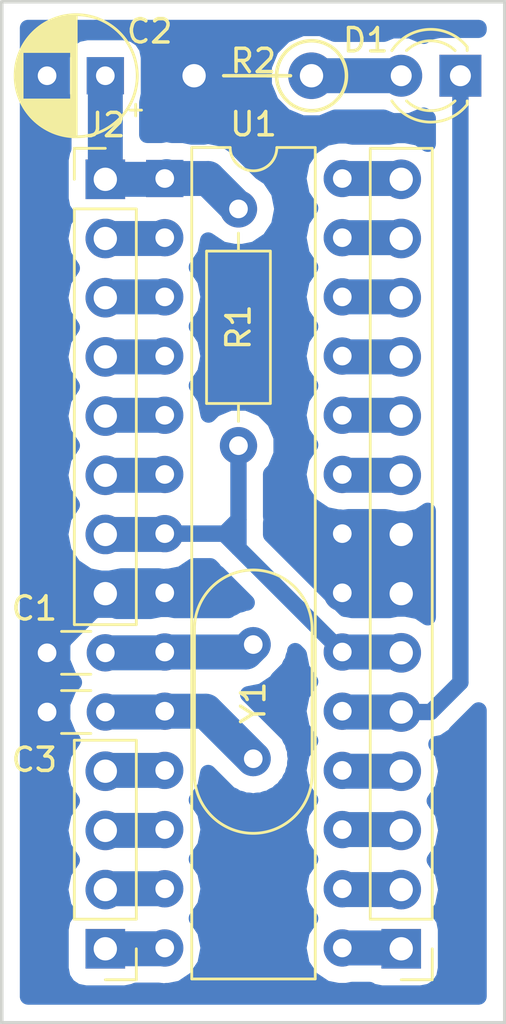
<source format=kicad_pcb>
(kicad_pcb (version 20171130) (host pcbnew 5.0.0)

  (general
    (thickness 1.6)
    (drawings 5)
    (tracks 89)
    (zones 0)
    (modules 11)
    (nets 27)
  )

  (page A4)
  (title_block
    (title "Arduino basico")
    (date 2018-10-14)
    (rev 0.0)
    (company "Mini curso Kicad")
    (comment 1 "Arduino basico mais hardware minimo")
    (comment 2 "Pedro Igor B. S.")
  )

  (layers
    (0 F.Cu signal)
    (31 B.Cu signal)
    (32 B.Adhes user hide)
    (33 F.Adhes user hide)
    (34 B.Paste user hide)
    (35 F.Paste user hide)
    (36 B.SilkS user)
    (37 F.SilkS user)
    (38 B.Mask user)
    (39 F.Mask user)
    (40 Dwgs.User user hide)
    (41 Cmts.User user hide)
    (42 Eco1.User user hide)
    (43 Eco2.User user hide)
    (44 Edge.Cuts user)
    (45 Margin user hide)
    (46 B.CrtYd user)
    (47 F.CrtYd user hide)
    (48 B.Fab user)
    (49 F.Fab user hide)
  )

  (setup
    (last_trace_width 0.25)
    (user_trace_width 0.6)
    (user_trace_width 0.7)
    (user_trace_width 0.8)
    (user_trace_width 1)
    (user_trace_width 1.5)
    (user_trace_width 2)
    (user_trace_width 2.5)
    (user_trace_width 3)
    (trace_clearance 0.2)
    (zone_clearance 0.508)
    (zone_45_only no)
    (trace_min 0.2)
    (segment_width 0.2)
    (edge_width 0.15)
    (via_size 0.8)
    (via_drill 0.4)
    (via_min_size 0.4)
    (via_min_drill 0.3)
    (user_via 1 0.5)
    (user_via 1 0.5)
    (user_via 1 0.5)
    (user_via 1 0.8)
    (user_via 1.5 1)
    (user_via 2 1)
    (user_via 2.5 1)
    (user_via 3 1)
    (uvia_size 0.3)
    (uvia_drill 0.1)
    (uvias_allowed no)
    (uvia_min_size 0.2)
    (uvia_min_drill 0.1)
    (pcb_text_width 0.3)
    (pcb_text_size 1.5 1.5)
    (mod_edge_width 0.15)
    (mod_text_size 1 1)
    (mod_text_width 0.15)
    (pad_size 1.99898 1.99898)
    (pad_drill 1.00076)
    (pad_to_mask_clearance 0.2)
    (aux_axis_origin 0 0)
    (visible_elements FFFDFF7F)
    (pcbplotparams
      (layerselection 0x010fc_ffffffff)
      (usegerberextensions false)
      (usegerberattributes false)
      (usegerberadvancedattributes false)
      (creategerberjobfile false)
      (excludeedgelayer true)
      (linewidth 0.100000)
      (plotframeref false)
      (viasonmask false)
      (mode 1)
      (useauxorigin false)
      (hpglpennumber 1)
      (hpglpenspeed 20)
      (hpglpendiameter 15.000000)
      (psnegative false)
      (psa4output false)
      (plotreference true)
      (plotvalue true)
      (plotinvisibletext false)
      (padsonsilk false)
      (subtractmaskfromsilk false)
      (outputformat 1)
      (mirror false)
      (drillshape 1)
      (scaleselection 1)
      (outputdirectory ""))
  )

  (net 0 "")
  (net 1 XTL1)
  (net 2 Earth)
  (net 3 RST)
  (net 4 XTL2)
  (net 5 PB5)
  (net 6 "Net-(D1-Pad2)")
  (net 7 PB1)
  (net 8 PB2)
  (net 9 PB3)
  (net 10 PB4)
  (net 11 +5V)
  (net 12 PC5)
  (net 13 PC4)
  (net 14 PC3)
  (net 15 PC2)
  (net 16 PC1)
  (net 17 PC0)
  (net 18 PD4)
  (net 19 PD3)
  (net 20 PD2)
  (net 21 PD1)
  (net 22 PD0)
  (net 23 PB7)
  (net 24 PD6)
  (net 25 PD5)
  (net 26 PB0)

  (net_class Default "This is the default net class."
    (clearance 0.2)
    (trace_width 0.25)
    (via_dia 0.8)
    (via_drill 0.4)
    (uvia_dia 0.3)
    (uvia_drill 0.1)
    (add_net +5V)
    (add_net Earth)
    (add_net "Net-(D1-Pad2)")
    (add_net PB0)
    (add_net PB1)
    (add_net PB2)
    (add_net PB3)
    (add_net PB4)
    (add_net PB5)
    (add_net PB7)
    (add_net PC0)
    (add_net PC1)
    (add_net PC2)
    (add_net PC3)
    (add_net PC4)
    (add_net PC5)
    (add_net PD0)
    (add_net PD1)
    (add_net PD2)
    (add_net PD3)
    (add_net PD4)
    (add_net PD5)
    (add_net PD6)
    (add_net RST)
    (add_net XTL1)
    (add_net XTL2)
  )

  (module Capacitor_THT:C_Disc_D3.0mm_W1.6mm_P2.50mm (layer F.Cu) (tedit 5AE50EF0) (tstamp 5BC9D280)
    (at 164.45 94.355 180)
    (descr "C, Disc series, Radial, pin pitch=2.50mm, , diameter*width=3.0*1.6mm^2, Capacitor, http://www.vishay.com/docs/45233/krseries.pdf")
    (tags "C Disc series Radial pin pitch 2.50mm  diameter 3.0mm width 1.6mm Capacitor")
    (path /5BBBEBB2)
    (fp_text reference C1 (at 3.048 1.905 180) (layer F.SilkS)
      (effects (font (size 1 1) (thickness 0.15)))
    )
    (fp_text value 22pF (at 1.25 2.05 180) (layer F.Fab)
      (effects (font (size 1 1) (thickness 0.15)))
    )
    (fp_line (start -0.25 -0.8) (end -0.25 0.8) (layer F.Fab) (width 0.1))
    (fp_line (start -0.25 0.8) (end 2.75 0.8) (layer F.Fab) (width 0.1))
    (fp_line (start 2.75 0.8) (end 2.75 -0.8) (layer F.Fab) (width 0.1))
    (fp_line (start 2.75 -0.8) (end -0.25 -0.8) (layer F.Fab) (width 0.1))
    (fp_line (start 0.621 -0.92) (end 1.879 -0.92) (layer F.SilkS) (width 0.12))
    (fp_line (start 0.621 0.92) (end 1.879 0.92) (layer F.SilkS) (width 0.12))
    (fp_line (start -1.05 -1.05) (end -1.05 1.05) (layer F.CrtYd) (width 0.05))
    (fp_line (start -1.05 1.05) (end 3.55 1.05) (layer F.CrtYd) (width 0.05))
    (fp_line (start 3.55 1.05) (end 3.55 -1.05) (layer F.CrtYd) (width 0.05))
    (fp_line (start 3.55 -1.05) (end -1.05 -1.05) (layer F.CrtYd) (width 0.05))
    (fp_text user %R (at 1.25 0 180) (layer F.Fab)
      (effects (font (size 0.6 0.6) (thickness 0.09)))
    )
    (pad 1 thru_hole circle (at 0 0 180) (size 1.6 1.6) (drill 0.8) (layers *.Cu *.Mask)
      (net 1 XTL1))
    (pad 2 thru_hole circle (at 2.5 0 180) (size 1.6 1.6) (drill 0.8) (layers *.Cu *.Mask)
      (net 2 Earth))
    (model ${KISYS3DMOD}/Capacitor_THT.3dshapes/C_Disc_D3.0mm_W1.6mm_P2.50mm.wrl
      (at (xyz 0 0 0))
      (scale (xyz 1 1 1))
      (rotate (xyz 0 0 0))
    )
  )

  (module Capacitor_THT:CP_Radial_D5.0mm_P2.50mm (layer F.Cu) (tedit 5AE50EF0) (tstamp 5BCD5665)
    (at 164.45 69.59 180)
    (descr "CP, Radial series, Radial, pin pitch=2.50mm, , diameter=5mm, Electrolytic Capacitor")
    (tags "CP Radial series Radial pin pitch 2.50mm  diameter 5mm Electrolytic Capacitor")
    (path /5BBBE2AC)
    (fp_text reference C2 (at -1.905 1.905 180) (layer F.SilkS)
      (effects (font (size 1 1) (thickness 0.15)))
    )
    (fp_text value 0u1F (at 1.25 3.75 180) (layer F.Fab)
      (effects (font (size 1 1) (thickness 0.15)))
    )
    (fp_circle (center 1.25 0) (end 3.75 0) (layer F.Fab) (width 0.1))
    (fp_circle (center 1.25 0) (end 3.87 0) (layer F.SilkS) (width 0.12))
    (fp_circle (center 1.25 0) (end 4 0) (layer F.CrtYd) (width 0.05))
    (fp_line (start -0.883605 -1.0875) (end -0.383605 -1.0875) (layer F.Fab) (width 0.1))
    (fp_line (start -0.633605 -1.3375) (end -0.633605 -0.8375) (layer F.Fab) (width 0.1))
    (fp_line (start 1.25 -2.58) (end 1.25 2.58) (layer F.SilkS) (width 0.12))
    (fp_line (start 1.29 -2.58) (end 1.29 2.58) (layer F.SilkS) (width 0.12))
    (fp_line (start 1.33 -2.579) (end 1.33 2.579) (layer F.SilkS) (width 0.12))
    (fp_line (start 1.37 -2.578) (end 1.37 2.578) (layer F.SilkS) (width 0.12))
    (fp_line (start 1.41 -2.576) (end 1.41 2.576) (layer F.SilkS) (width 0.12))
    (fp_line (start 1.45 -2.573) (end 1.45 2.573) (layer F.SilkS) (width 0.12))
    (fp_line (start 1.49 -2.569) (end 1.49 -1.04) (layer F.SilkS) (width 0.12))
    (fp_line (start 1.49 1.04) (end 1.49 2.569) (layer F.SilkS) (width 0.12))
    (fp_line (start 1.53 -2.565) (end 1.53 -1.04) (layer F.SilkS) (width 0.12))
    (fp_line (start 1.53 1.04) (end 1.53 2.565) (layer F.SilkS) (width 0.12))
    (fp_line (start 1.57 -2.561) (end 1.57 -1.04) (layer F.SilkS) (width 0.12))
    (fp_line (start 1.57 1.04) (end 1.57 2.561) (layer F.SilkS) (width 0.12))
    (fp_line (start 1.61 -2.556) (end 1.61 -1.04) (layer F.SilkS) (width 0.12))
    (fp_line (start 1.61 1.04) (end 1.61 2.556) (layer F.SilkS) (width 0.12))
    (fp_line (start 1.65 -2.55) (end 1.65 -1.04) (layer F.SilkS) (width 0.12))
    (fp_line (start 1.65 1.04) (end 1.65 2.55) (layer F.SilkS) (width 0.12))
    (fp_line (start 1.69 -2.543) (end 1.69 -1.04) (layer F.SilkS) (width 0.12))
    (fp_line (start 1.69 1.04) (end 1.69 2.543) (layer F.SilkS) (width 0.12))
    (fp_line (start 1.73 -2.536) (end 1.73 -1.04) (layer F.SilkS) (width 0.12))
    (fp_line (start 1.73 1.04) (end 1.73 2.536) (layer F.SilkS) (width 0.12))
    (fp_line (start 1.77 -2.528) (end 1.77 -1.04) (layer F.SilkS) (width 0.12))
    (fp_line (start 1.77 1.04) (end 1.77 2.528) (layer F.SilkS) (width 0.12))
    (fp_line (start 1.81 -2.52) (end 1.81 -1.04) (layer F.SilkS) (width 0.12))
    (fp_line (start 1.81 1.04) (end 1.81 2.52) (layer F.SilkS) (width 0.12))
    (fp_line (start 1.85 -2.511) (end 1.85 -1.04) (layer F.SilkS) (width 0.12))
    (fp_line (start 1.85 1.04) (end 1.85 2.511) (layer F.SilkS) (width 0.12))
    (fp_line (start 1.89 -2.501) (end 1.89 -1.04) (layer F.SilkS) (width 0.12))
    (fp_line (start 1.89 1.04) (end 1.89 2.501) (layer F.SilkS) (width 0.12))
    (fp_line (start 1.93 -2.491) (end 1.93 -1.04) (layer F.SilkS) (width 0.12))
    (fp_line (start 1.93 1.04) (end 1.93 2.491) (layer F.SilkS) (width 0.12))
    (fp_line (start 1.971 -2.48) (end 1.971 -1.04) (layer F.SilkS) (width 0.12))
    (fp_line (start 1.971 1.04) (end 1.971 2.48) (layer F.SilkS) (width 0.12))
    (fp_line (start 2.011 -2.468) (end 2.011 -1.04) (layer F.SilkS) (width 0.12))
    (fp_line (start 2.011 1.04) (end 2.011 2.468) (layer F.SilkS) (width 0.12))
    (fp_line (start 2.051 -2.455) (end 2.051 -1.04) (layer F.SilkS) (width 0.12))
    (fp_line (start 2.051 1.04) (end 2.051 2.455) (layer F.SilkS) (width 0.12))
    (fp_line (start 2.091 -2.442) (end 2.091 -1.04) (layer F.SilkS) (width 0.12))
    (fp_line (start 2.091 1.04) (end 2.091 2.442) (layer F.SilkS) (width 0.12))
    (fp_line (start 2.131 -2.428) (end 2.131 -1.04) (layer F.SilkS) (width 0.12))
    (fp_line (start 2.131 1.04) (end 2.131 2.428) (layer F.SilkS) (width 0.12))
    (fp_line (start 2.171 -2.414) (end 2.171 -1.04) (layer F.SilkS) (width 0.12))
    (fp_line (start 2.171 1.04) (end 2.171 2.414) (layer F.SilkS) (width 0.12))
    (fp_line (start 2.211 -2.398) (end 2.211 -1.04) (layer F.SilkS) (width 0.12))
    (fp_line (start 2.211 1.04) (end 2.211 2.398) (layer F.SilkS) (width 0.12))
    (fp_line (start 2.251 -2.382) (end 2.251 -1.04) (layer F.SilkS) (width 0.12))
    (fp_line (start 2.251 1.04) (end 2.251 2.382) (layer F.SilkS) (width 0.12))
    (fp_line (start 2.291 -2.365) (end 2.291 -1.04) (layer F.SilkS) (width 0.12))
    (fp_line (start 2.291 1.04) (end 2.291 2.365) (layer F.SilkS) (width 0.12))
    (fp_line (start 2.331 -2.348) (end 2.331 -1.04) (layer F.SilkS) (width 0.12))
    (fp_line (start 2.331 1.04) (end 2.331 2.348) (layer F.SilkS) (width 0.12))
    (fp_line (start 2.371 -2.329) (end 2.371 -1.04) (layer F.SilkS) (width 0.12))
    (fp_line (start 2.371 1.04) (end 2.371 2.329) (layer F.SilkS) (width 0.12))
    (fp_line (start 2.411 -2.31) (end 2.411 -1.04) (layer F.SilkS) (width 0.12))
    (fp_line (start 2.411 1.04) (end 2.411 2.31) (layer F.SilkS) (width 0.12))
    (fp_line (start 2.451 -2.29) (end 2.451 -1.04) (layer F.SilkS) (width 0.12))
    (fp_line (start 2.451 1.04) (end 2.451 2.29) (layer F.SilkS) (width 0.12))
    (fp_line (start 2.491 -2.268) (end 2.491 -1.04) (layer F.SilkS) (width 0.12))
    (fp_line (start 2.491 1.04) (end 2.491 2.268) (layer F.SilkS) (width 0.12))
    (fp_line (start 2.531 -2.247) (end 2.531 -1.04) (layer F.SilkS) (width 0.12))
    (fp_line (start 2.531 1.04) (end 2.531 2.247) (layer F.SilkS) (width 0.12))
    (fp_line (start 2.571 -2.224) (end 2.571 -1.04) (layer F.SilkS) (width 0.12))
    (fp_line (start 2.571 1.04) (end 2.571 2.224) (layer F.SilkS) (width 0.12))
    (fp_line (start 2.611 -2.2) (end 2.611 -1.04) (layer F.SilkS) (width 0.12))
    (fp_line (start 2.611 1.04) (end 2.611 2.2) (layer F.SilkS) (width 0.12))
    (fp_line (start 2.651 -2.175) (end 2.651 -1.04) (layer F.SilkS) (width 0.12))
    (fp_line (start 2.651 1.04) (end 2.651 2.175) (layer F.SilkS) (width 0.12))
    (fp_line (start 2.691 -2.149) (end 2.691 -1.04) (layer F.SilkS) (width 0.12))
    (fp_line (start 2.691 1.04) (end 2.691 2.149) (layer F.SilkS) (width 0.12))
    (fp_line (start 2.731 -2.122) (end 2.731 -1.04) (layer F.SilkS) (width 0.12))
    (fp_line (start 2.731 1.04) (end 2.731 2.122) (layer F.SilkS) (width 0.12))
    (fp_line (start 2.771 -2.095) (end 2.771 -1.04) (layer F.SilkS) (width 0.12))
    (fp_line (start 2.771 1.04) (end 2.771 2.095) (layer F.SilkS) (width 0.12))
    (fp_line (start 2.811 -2.065) (end 2.811 -1.04) (layer F.SilkS) (width 0.12))
    (fp_line (start 2.811 1.04) (end 2.811 2.065) (layer F.SilkS) (width 0.12))
    (fp_line (start 2.851 -2.035) (end 2.851 -1.04) (layer F.SilkS) (width 0.12))
    (fp_line (start 2.851 1.04) (end 2.851 2.035) (layer F.SilkS) (width 0.12))
    (fp_line (start 2.891 -2.004) (end 2.891 -1.04) (layer F.SilkS) (width 0.12))
    (fp_line (start 2.891 1.04) (end 2.891 2.004) (layer F.SilkS) (width 0.12))
    (fp_line (start 2.931 -1.971) (end 2.931 -1.04) (layer F.SilkS) (width 0.12))
    (fp_line (start 2.931 1.04) (end 2.931 1.971) (layer F.SilkS) (width 0.12))
    (fp_line (start 2.971 -1.937) (end 2.971 -1.04) (layer F.SilkS) (width 0.12))
    (fp_line (start 2.971 1.04) (end 2.971 1.937) (layer F.SilkS) (width 0.12))
    (fp_line (start 3.011 -1.901) (end 3.011 -1.04) (layer F.SilkS) (width 0.12))
    (fp_line (start 3.011 1.04) (end 3.011 1.901) (layer F.SilkS) (width 0.12))
    (fp_line (start 3.051 -1.864) (end 3.051 -1.04) (layer F.SilkS) (width 0.12))
    (fp_line (start 3.051 1.04) (end 3.051 1.864) (layer F.SilkS) (width 0.12))
    (fp_line (start 3.091 -1.826) (end 3.091 -1.04) (layer F.SilkS) (width 0.12))
    (fp_line (start 3.091 1.04) (end 3.091 1.826) (layer F.SilkS) (width 0.12))
    (fp_line (start 3.131 -1.785) (end 3.131 -1.04) (layer F.SilkS) (width 0.12))
    (fp_line (start 3.131 1.04) (end 3.131 1.785) (layer F.SilkS) (width 0.12))
    (fp_line (start 3.171 -1.743) (end 3.171 -1.04) (layer F.SilkS) (width 0.12))
    (fp_line (start 3.171 1.04) (end 3.171 1.743) (layer F.SilkS) (width 0.12))
    (fp_line (start 3.211 -1.699) (end 3.211 -1.04) (layer F.SilkS) (width 0.12))
    (fp_line (start 3.211 1.04) (end 3.211 1.699) (layer F.SilkS) (width 0.12))
    (fp_line (start 3.251 -1.653) (end 3.251 -1.04) (layer F.SilkS) (width 0.12))
    (fp_line (start 3.251 1.04) (end 3.251 1.653) (layer F.SilkS) (width 0.12))
    (fp_line (start 3.291 -1.605) (end 3.291 -1.04) (layer F.SilkS) (width 0.12))
    (fp_line (start 3.291 1.04) (end 3.291 1.605) (layer F.SilkS) (width 0.12))
    (fp_line (start 3.331 -1.554) (end 3.331 -1.04) (layer F.SilkS) (width 0.12))
    (fp_line (start 3.331 1.04) (end 3.331 1.554) (layer F.SilkS) (width 0.12))
    (fp_line (start 3.371 -1.5) (end 3.371 -1.04) (layer F.SilkS) (width 0.12))
    (fp_line (start 3.371 1.04) (end 3.371 1.5) (layer F.SilkS) (width 0.12))
    (fp_line (start 3.411 -1.443) (end 3.411 -1.04) (layer F.SilkS) (width 0.12))
    (fp_line (start 3.411 1.04) (end 3.411 1.443) (layer F.SilkS) (width 0.12))
    (fp_line (start 3.451 -1.383) (end 3.451 -1.04) (layer F.SilkS) (width 0.12))
    (fp_line (start 3.451 1.04) (end 3.451 1.383) (layer F.SilkS) (width 0.12))
    (fp_line (start 3.491 -1.319) (end 3.491 -1.04) (layer F.SilkS) (width 0.12))
    (fp_line (start 3.491 1.04) (end 3.491 1.319) (layer F.SilkS) (width 0.12))
    (fp_line (start 3.531 -1.251) (end 3.531 -1.04) (layer F.SilkS) (width 0.12))
    (fp_line (start 3.531 1.04) (end 3.531 1.251) (layer F.SilkS) (width 0.12))
    (fp_line (start 3.571 -1.178) (end 3.571 1.178) (layer F.SilkS) (width 0.12))
    (fp_line (start 3.611 -1.098) (end 3.611 1.098) (layer F.SilkS) (width 0.12))
    (fp_line (start 3.651 -1.011) (end 3.651 1.011) (layer F.SilkS) (width 0.12))
    (fp_line (start 3.691 -0.915) (end 3.691 0.915) (layer F.SilkS) (width 0.12))
    (fp_line (start 3.731 -0.805) (end 3.731 0.805) (layer F.SilkS) (width 0.12))
    (fp_line (start 3.771 -0.677) (end 3.771 0.677) (layer F.SilkS) (width 0.12))
    (fp_line (start 3.811 -0.518) (end 3.811 0.518) (layer F.SilkS) (width 0.12))
    (fp_line (start 3.851 -0.284) (end 3.851 0.284) (layer F.SilkS) (width 0.12))
    (fp_line (start -1.554775 -1.475) (end -1.054775 -1.475) (layer F.SilkS) (width 0.12))
    (fp_line (start -1.304775 -1.725) (end -1.304775 -1.225) (layer F.SilkS) (width 0.12))
    (fp_text user %R (at 1.25 0 180) (layer F.Fab)
      (effects (font (size 1 1) (thickness 0.15)))
    )
    (pad 1 thru_hole rect (at 0 0 180) (size 1.6 1.6) (drill 0.8) (layers *.Cu *.Mask)
      (net 3 RST))
    (pad 2 thru_hole circle (at 2.5 0 180) (size 1.6 1.6) (drill 0.8) (layers *.Cu *.Mask)
      (net 2 Earth))
    (model ${KISYS3DMOD}/Capacitor_THT.3dshapes/CP_Radial_D5.0mm_P2.50mm.wrl
      (at (xyz 0 0 0))
      (scale (xyz 1 1 1))
      (rotate (xyz 0 0 0))
    )
  )

  (module Capacitor_THT:C_Disc_D3.0mm_W1.6mm_P2.50mm (layer F.Cu) (tedit 5AE50EF0) (tstamp 5BC9D315)
    (at 164.45 96.895 180)
    (descr "C, Disc series, Radial, pin pitch=2.50mm, , diameter*width=3.0*1.6mm^2, Capacitor, http://www.vishay.com/docs/45233/krseries.pdf")
    (tags "C Disc series Radial pin pitch 2.50mm  diameter 3.0mm width 1.6mm Capacitor")
    (path /5BBBEC5F)
    (fp_text reference C3 (at 3.048 -2.05 180) (layer F.SilkS)
      (effects (font (size 1 1) (thickness 0.15)))
    )
    (fp_text value 22pF (at 1.25 2.05 180) (layer F.Fab)
      (effects (font (size 1 1) (thickness 0.15)))
    )
    (fp_text user %R (at 1.25 0 180) (layer F.Fab)
      (effects (font (size 0.6 0.6) (thickness 0.09)))
    )
    (fp_line (start 3.55 -1.05) (end -1.05 -1.05) (layer F.CrtYd) (width 0.05))
    (fp_line (start 3.55 1.05) (end 3.55 -1.05) (layer F.CrtYd) (width 0.05))
    (fp_line (start -1.05 1.05) (end 3.55 1.05) (layer F.CrtYd) (width 0.05))
    (fp_line (start -1.05 -1.05) (end -1.05 1.05) (layer F.CrtYd) (width 0.05))
    (fp_line (start 0.621 0.92) (end 1.879 0.92) (layer F.SilkS) (width 0.12))
    (fp_line (start 0.621 -0.92) (end 1.879 -0.92) (layer F.SilkS) (width 0.12))
    (fp_line (start 2.75 -0.8) (end -0.25 -0.8) (layer F.Fab) (width 0.1))
    (fp_line (start 2.75 0.8) (end 2.75 -0.8) (layer F.Fab) (width 0.1))
    (fp_line (start -0.25 0.8) (end 2.75 0.8) (layer F.Fab) (width 0.1))
    (fp_line (start -0.25 -0.8) (end -0.25 0.8) (layer F.Fab) (width 0.1))
    (pad 2 thru_hole circle (at 2.5 0 180) (size 1.6 1.6) (drill 0.8) (layers *.Cu *.Mask)
      (net 2 Earth))
    (pad 1 thru_hole circle (at 0 0 180) (size 1.6 1.6) (drill 0.8) (layers *.Cu *.Mask)
      (net 4 XTL2))
    (model ${KISYS3DMOD}/Capacitor_THT.3dshapes/C_Disc_D3.0mm_W1.6mm_P2.50mm.wrl
      (at (xyz 0 0 0))
      (scale (xyz 1 1 1))
      (rotate (xyz 0 0 0))
    )
  )

  (module LED_THT:LED_D3.0mm (layer F.Cu) (tedit 587A3A7B) (tstamp 5BC9D328)
    (at 179.69 69.59 180)
    (descr "LED, diameter 3.0mm, 2 pins")
    (tags "LED diameter 3.0mm 2 pins")
    (path /5BBDA20C)
    (fp_text reference D1 (at 4.064 1.524 180) (layer F.SilkS)
      (effects (font (size 1 1) (thickness 0.15)))
    )
    (fp_text value LED_ALT (at 1.27 2.96 180) (layer F.Fab)
      (effects (font (size 1 1) (thickness 0.15)))
    )
    (fp_arc (start 1.27 0) (end -0.23 -1.16619) (angle 284.3) (layer F.Fab) (width 0.1))
    (fp_arc (start 1.27 0) (end -0.29 -1.235516) (angle 108.8) (layer F.SilkS) (width 0.12))
    (fp_arc (start 1.27 0) (end -0.29 1.235516) (angle -108.8) (layer F.SilkS) (width 0.12))
    (fp_arc (start 1.27 0) (end 0.229039 -1.08) (angle 87.9) (layer F.SilkS) (width 0.12))
    (fp_arc (start 1.27 0) (end 0.229039 1.08) (angle -87.9) (layer F.SilkS) (width 0.12))
    (fp_circle (center 1.27 0) (end 2.77 0) (layer F.Fab) (width 0.1))
    (fp_line (start -0.23 -1.16619) (end -0.23 1.16619) (layer F.Fab) (width 0.1))
    (fp_line (start -0.29 -1.236) (end -0.29 -1.08) (layer F.SilkS) (width 0.12))
    (fp_line (start -0.29 1.08) (end -0.29 1.236) (layer F.SilkS) (width 0.12))
    (fp_line (start -1.15 -2.25) (end -1.15 2.25) (layer F.CrtYd) (width 0.05))
    (fp_line (start -1.15 2.25) (end 3.7 2.25) (layer F.CrtYd) (width 0.05))
    (fp_line (start 3.7 2.25) (end 3.7 -2.25) (layer F.CrtYd) (width 0.05))
    (fp_line (start 3.7 -2.25) (end -1.15 -2.25) (layer F.CrtYd) (width 0.05))
    (pad 1 thru_hole rect (at 0 0 180) (size 1.8 1.8) (drill 0.9) (layers *.Cu *.Mask)
      (net 5 PB5))
    (pad 2 thru_hole circle (at 2.54 0 180) (size 1.8 1.8) (drill 0.9) (layers *.Cu *.Mask)
      (net 6 "Net-(D1-Pad2)"))
    (model ${KISYS3DMOD}/LED_THT.3dshapes/LED_D3.0mm.wrl
      (at (xyz 0 0 0))
      (scale (xyz 1 1 1))
      (rotate (xyz 0 0 0))
    )
  )

  (module Connector_PinHeader_2.54mm:PinHeader_1x14_P2.54mm_Vertical (layer F.Cu) (tedit 5BC11134) (tstamp 5BC9D917)
    (at 177.15 107.055 180)
    (descr "Through hole straight pin header, 1x14, 2.54mm pitch, single row")
    (tags "Through hole pin header THT 1x14 2.54mm single row")
    (path /5BBC10FE)
    (fp_text reference J1 (at 0 -2.33 180) (layer F.SilkS) hide
      (effects (font (size 1 1) (thickness 0.15)))
    )
    (fp_text value 16-28 (at 0 35.35 180) (layer F.Fab)
      (effects (font (size 1 1) (thickness 0.15)))
    )
    (fp_line (start -0.635 -1.27) (end 1.27 -1.27) (layer F.Fab) (width 0.1))
    (fp_line (start 1.27 -1.27) (end 1.27 34.29) (layer F.Fab) (width 0.1))
    (fp_line (start 1.27 34.29) (end -1.27 34.29) (layer F.Fab) (width 0.1))
    (fp_line (start -1.27 34.29) (end -1.27 -0.635) (layer F.Fab) (width 0.1))
    (fp_line (start -1.27 -0.635) (end -0.635 -1.27) (layer F.Fab) (width 0.1))
    (fp_line (start -1.33 34.35) (end 1.33 34.35) (layer F.SilkS) (width 0.12))
    (fp_line (start -1.33 1.27) (end -1.33 34.35) (layer F.SilkS) (width 0.12))
    (fp_line (start 1.33 1.27) (end 1.33 34.35) (layer F.SilkS) (width 0.12))
    (fp_line (start -1.33 1.27) (end 1.33 1.27) (layer F.SilkS) (width 0.12))
    (fp_line (start -1.33 0) (end -1.33 -1.33) (layer F.SilkS) (width 0.12))
    (fp_line (start -1.33 -1.33) (end 0 -1.33) (layer F.SilkS) (width 0.12))
    (fp_line (start -1.8 -1.8) (end -1.8 34.8) (layer F.CrtYd) (width 0.05))
    (fp_line (start -1.8 34.8) (end 1.8 34.8) (layer F.CrtYd) (width 0.05))
    (fp_line (start 1.8 34.8) (end 1.8 -1.8) (layer F.CrtYd) (width 0.05))
    (fp_line (start 1.8 -1.8) (end -1.8 -1.8) (layer F.CrtYd) (width 0.05))
    (fp_text user %R (at 0 16.51 270) (layer F.Fab)
      (effects (font (size 1 1) (thickness 0.15)))
    )
    (pad 1 thru_hole rect (at 0 0 180) (size 1.7 1.7) (drill 1) (layers *.Cu *.Mask)
      (net 7 PB1))
    (pad 2 thru_hole oval (at 0 2.54 180) (size 1.7 1.7) (drill 1) (layers *.Cu *.Mask)
      (net 8 PB2))
    (pad 3 thru_hole oval (at 0 5.08 180) (size 1.7 1.7) (drill 1) (layers *.Cu *.Mask)
      (net 9 PB3))
    (pad 4 thru_hole oval (at 0 7.62 180) (size 1.7 1.7) (drill 1) (layers *.Cu *.Mask)
      (net 10 PB4))
    (pad 5 thru_hole oval (at 0 10.16 180) (size 1.7 1.7) (drill 1) (layers *.Cu *.Mask)
      (net 5 PB5))
    (pad 6 thru_hole oval (at 0 12.7 180) (size 1.7 1.7) (drill 1) (layers *.Cu *.Mask)
      (net 11 +5V))
    (pad 7 thru_hole oval (at 0 15.24 180) (size 1.7 1.7) (drill 1) (layers *.Cu *.Mask)
      (net 2 Earth))
    (pad 8 thru_hole oval (at 0 17.78 180) (size 1.7 1.7) (drill 1) (layers *.Cu *.Mask)
      (net 2 Earth))
    (pad 9 thru_hole oval (at 0 20.32 180) (size 1.7 1.7) (drill 1) (layers *.Cu *.Mask)
      (net 17 PC0))
    (pad 10 thru_hole oval (at 0 22.86 180) (size 1.7 1.7) (drill 1) (layers *.Cu *.Mask)
      (net 16 PC1))
    (pad 11 thru_hole oval (at 0 25.4 180) (size 1.7 1.7) (drill 1) (layers *.Cu *.Mask)
      (net 15 PC2))
    (pad 12 thru_hole oval (at 0 27.94 180) (size 1.7 1.7) (drill 1) (layers *.Cu *.Mask)
      (net 14 PC3))
    (pad 13 thru_hole oval (at 0 30.48 180) (size 1.7 1.7) (drill 1) (layers *.Cu *.Mask)
      (net 13 PC4))
    (pad 14 thru_hole oval (at 0 33.02 180) (size 1.7 1.7) (drill 1) (layers *.Cu *.Mask)
      (net 12 PC5))
    (model ${KISYS3DMOD}/Connector_PinHeader_2.54mm.3dshapes/PinHeader_1x14_P2.54mm_Vertical.wrl
      (at (xyz 0 0 0))
      (scale (xyz 1 1 1))
      (rotate (xyz 0 0 0))
    )
  )

  (module Connector_PinHeader_2.54mm:PinHeader_1x08_P2.54mm_Vertical (layer F.Cu) (tedit 59FED5CC) (tstamp 5BC9DCA0)
    (at 164.45 74.035)
    (descr "Through hole straight pin header, 1x08, 2.54mm pitch, single row")
    (tags "Through hole pin header THT 1x08 2.54mm single row")
    (path /5BBEC38B)
    (fp_text reference J2 (at 0 -2.33) (layer F.SilkS)
      (effects (font (size 1 1) (thickness 0.15)))
    )
    (fp_text value PD (at 0 20.11) (layer F.Fab)
      (effects (font (size 1 1) (thickness 0.15)))
    )
    (fp_line (start -0.635 -1.27) (end 1.27 -1.27) (layer F.Fab) (width 0.1))
    (fp_line (start 1.27 -1.27) (end 1.27 19.05) (layer F.Fab) (width 0.1))
    (fp_line (start 1.27 19.05) (end -1.27 19.05) (layer F.Fab) (width 0.1))
    (fp_line (start -1.27 19.05) (end -1.27 -0.635) (layer F.Fab) (width 0.1))
    (fp_line (start -1.27 -0.635) (end -0.635 -1.27) (layer F.Fab) (width 0.1))
    (fp_line (start -1.33 19.11) (end 1.33 19.11) (layer F.SilkS) (width 0.12))
    (fp_line (start -1.33 1.27) (end -1.33 19.11) (layer F.SilkS) (width 0.12))
    (fp_line (start 1.33 1.27) (end 1.33 19.11) (layer F.SilkS) (width 0.12))
    (fp_line (start -1.33 1.27) (end 1.33 1.27) (layer F.SilkS) (width 0.12))
    (fp_line (start -1.33 0) (end -1.33 -1.33) (layer F.SilkS) (width 0.12))
    (fp_line (start -1.33 -1.33) (end 0 -1.33) (layer F.SilkS) (width 0.12))
    (fp_line (start -1.8 -1.8) (end -1.8 19.55) (layer F.CrtYd) (width 0.05))
    (fp_line (start -1.8 19.55) (end 1.8 19.55) (layer F.CrtYd) (width 0.05))
    (fp_line (start 1.8 19.55) (end 1.8 -1.8) (layer F.CrtYd) (width 0.05))
    (fp_line (start 1.8 -1.8) (end -1.8 -1.8) (layer F.CrtYd) (width 0.05))
    (fp_text user %R (at 0 8.89 90) (layer F.Fab)
      (effects (font (size 1 1) (thickness 0.15)))
    )
    (pad 1 thru_hole rect (at 0 0) (size 1.7 1.7) (drill 1) (layers *.Cu *.Mask)
      (net 3 RST))
    (pad 2 thru_hole oval (at 0 2.54) (size 1.7 1.7) (drill 1) (layers *.Cu *.Mask)
      (net 22 PD0))
    (pad 3 thru_hole oval (at 0 5.08) (size 1.7 1.7) (drill 1) (layers *.Cu *.Mask)
      (net 21 PD1))
    (pad 4 thru_hole oval (at 0 7.62) (size 1.7 1.7) (drill 1) (layers *.Cu *.Mask)
      (net 20 PD2))
    (pad 5 thru_hole oval (at 0 10.16) (size 1.7 1.7) (drill 1) (layers *.Cu *.Mask)
      (net 19 PD3))
    (pad 6 thru_hole oval (at 0 12.7) (size 1.7 1.7) (drill 1) (layers *.Cu *.Mask)
      (net 18 PD4))
    (pad 7 thru_hole oval (at 0 15.24) (size 1.7 1.7) (drill 1) (layers *.Cu *.Mask)
      (net 11 +5V))
    (pad 8 thru_hole oval (at 0 17.78) (size 1.7 1.7) (drill 1) (layers *.Cu *.Mask)
      (net 2 Earth))
    (model ${KISYS3DMOD}/Connector_PinHeader_2.54mm.3dshapes/PinHeader_1x08_P2.54mm_Vertical.wrl
      (at (xyz 0 0 0))
      (scale (xyz 1 1 1))
      (rotate (xyz 0 0 0))
    )
  )

  (module Connector_PinHeader_2.54mm:PinHeader_1x04_P2.54mm_Vertical (layer F.Cu) (tedit 5BC1112F) (tstamp 5BC9D37E)
    (at 164.45 107.055 180)
    (descr "Through hole straight pin header, 1x04, 2.54mm pitch, single row")
    (tags "Through hole pin header THT 1x04 2.54mm single row")
    (path /5BBEFE9F)
    (fp_text reference J3 (at 0 -2.33 180) (layer F.SilkS) hide
      (effects (font (size 1 1) (thickness 0.15)))
    )
    (fp_text value PD (at 0 9.95 180) (layer F.Fab)
      (effects (font (size 1 1) (thickness 0.15)))
    )
    (fp_line (start -0.635 -1.27) (end 1.27 -1.27) (layer F.Fab) (width 0.1))
    (fp_line (start 1.27 -1.27) (end 1.27 8.89) (layer F.Fab) (width 0.1))
    (fp_line (start 1.27 8.89) (end -1.27 8.89) (layer F.Fab) (width 0.1))
    (fp_line (start -1.27 8.89) (end -1.27 -0.635) (layer F.Fab) (width 0.1))
    (fp_line (start -1.27 -0.635) (end -0.635 -1.27) (layer F.Fab) (width 0.1))
    (fp_line (start -1.33 8.95) (end 1.33 8.95) (layer F.SilkS) (width 0.12))
    (fp_line (start -1.33 1.27) (end -1.33 8.95) (layer F.SilkS) (width 0.12))
    (fp_line (start 1.33 1.27) (end 1.33 8.95) (layer F.SilkS) (width 0.12))
    (fp_line (start -1.33 1.27) (end 1.33 1.27) (layer F.SilkS) (width 0.12))
    (fp_line (start -1.33 0) (end -1.33 -1.33) (layer F.SilkS) (width 0.12))
    (fp_line (start -1.33 -1.33) (end 0 -1.33) (layer F.SilkS) (width 0.12))
    (fp_line (start -1.8 -1.8) (end -1.8 9.4) (layer F.CrtYd) (width 0.05))
    (fp_line (start -1.8 9.4) (end 1.8 9.4) (layer F.CrtYd) (width 0.05))
    (fp_line (start 1.8 9.4) (end 1.8 -1.8) (layer F.CrtYd) (width 0.05))
    (fp_line (start 1.8 -1.8) (end -1.8 -1.8) (layer F.CrtYd) (width 0.05))
    (fp_text user %R (at 0 3.81 270) (layer F.Fab)
      (effects (font (size 1 1) (thickness 0.15)))
    )
    (pad 1 thru_hole rect (at 0 0 180) (size 1.7 1.7) (drill 1) (layers *.Cu *.Mask)
      (net 26 PB0))
    (pad 2 thru_hole oval (at 0 2.54 180) (size 1.7 1.7) (drill 1) (layers *.Cu *.Mask)
      (net 23 PB7))
    (pad 3 thru_hole oval (at 0 5.08 180) (size 1.7 1.7) (drill 1) (layers *.Cu *.Mask)
      (net 24 PD6))
    (pad 4 thru_hole oval (at 0 7.62 180) (size 1.7 1.7) (drill 1) (layers *.Cu *.Mask)
      (net 25 PD5))
    (model ${KISYS3DMOD}/Connector_PinHeader_2.54mm.3dshapes/PinHeader_1x04_P2.54mm_Vertical.wrl
      (at (xyz 0 0 0))
      (scale (xyz 1 1 1))
      (rotate (xyz 0 0 0))
    )
  )

  (module MyFootprint:Resistor_Vertical_RM3mm (layer F.Cu) (tedit 5BC34B42) (tstamp 5BC9D390)
    (at 173.34 69.59 180)
    (descr "Resistor, Vertical, RM 5mm, 1/3W,")
    (tags "Resistor, Vertical, RM 5mm, 1/3W,")
    (path /5BBDA3A0)
    (fp_text reference R2 (at 2.54 0.635 180) (layer F.SilkS)
      (effects (font (size 1 1) (thickness 0.15)))
    )
    (fp_text value 330 (at 2.54 -2.5 180) (layer F.Fab)
      (effects (font (size 1 1) (thickness 0.15)))
    )
    (fp_line (start 0.94094 0) (end 1.9417 0) (layer F.SilkS) (width 0.15))
    (fp_circle (center 0.04 0) (end 0.04 1.5) (layer F.SilkS) (width 0.15))
    (fp_line (start 1.27 0) (end 3.81 0) (layer F.SilkS) (width 0.15))
    (pad 2 thru_hole circle (at 5.08 0 180) (size 1.99898 1.99898) (drill 1.00076) (layers *.Cu *.Mask)
      (net 2 Earth))
    (pad 1 thru_hole circle (at 0.04064 0 180) (size 1.99898 1.99898) (drill 1.00076) (layers *.Cu *.Mask)
      (net 6 "Net-(D1-Pad2)"))
  )

  (module Package_DIP:DIP-28_W7.62mm (layer F.Cu) (tedit 5BBD5557) (tstamp 5BC9D3C0)
    (at 167 74)
    (descr "28-lead though-hole mounted DIP package, row spacing 7.62 mm (300 mils)")
    (tags "THT DIP DIL PDIP 2.54mm 7.62mm 300mil")
    (path /5BBBDF8C)
    (fp_text reference U1 (at 3.81 -2.33) (layer F.SilkS)
      (effects (font (size 1 1) (thickness 0.15)))
    )
    (fp_text value ATmega328P-PU (at 3.81 35.35) (layer F.Fab)
      (effects (font (size 1 1) (thickness 0.15)))
    )
    (fp_arc (start 3.81 -1.33) (end 2.81 -1.33) (angle -180) (layer F.SilkS) (width 0.12))
    (fp_line (start 1.635 -1.27) (end 6.985 -1.27) (layer F.Fab) (width 0.1))
    (fp_line (start 6.985 -1.27) (end 6.985 34.29) (layer F.Fab) (width 0.1))
    (fp_line (start 6.985 34.29) (end 0.635 34.29) (layer F.Fab) (width 0.1))
    (fp_line (start 0.635 34.29) (end 0.635 -0.27) (layer F.Fab) (width 0.1))
    (fp_line (start 0.635 -0.27) (end 1.635 -1.27) (layer F.Fab) (width 0.1))
    (fp_line (start 2.81 -1.33) (end 1.16 -1.33) (layer F.SilkS) (width 0.12))
    (fp_line (start 1.16 -1.33) (end 1.16 34.35) (layer F.SilkS) (width 0.12))
    (fp_line (start 1.16 34.35) (end 6.46 34.35) (layer F.SilkS) (width 0.12))
    (fp_line (start 6.46 34.35) (end 6.46 -1.33) (layer F.SilkS) (width 0.12))
    (fp_line (start 6.46 -1.33) (end 4.81 -1.33) (layer F.SilkS) (width 0.12))
    (fp_line (start -1.1 -1.55) (end -1.1 34.55) (layer F.CrtYd) (width 0.05))
    (fp_line (start -1.1 34.55) (end 8.7 34.55) (layer F.CrtYd) (width 0.05))
    (fp_line (start 8.7 34.55) (end 8.7 -1.55) (layer F.CrtYd) (width 0.05))
    (fp_line (start 8.7 -1.55) (end -1.1 -1.55) (layer F.CrtYd) (width 0.05))
    (fp_text user %R (at 3.81 16.51) (layer F.Fab) hide
      (effects (font (size 1 1) (thickness 0.15)))
    )
    (pad 1 thru_hole rect (at 0 0) (size 1.6 1.6) (drill 0.8) (layers *.Cu *.Mask)
      (net 3 RST))
    (pad 15 thru_hole oval (at 7.62 33.02) (size 1.6 1.6) (drill 0.8) (layers *.Cu *.Mask)
      (net 7 PB1))
    (pad 2 thru_hole oval (at 0 2.54) (size 1.6 1.6) (drill 0.8) (layers *.Cu *.Mask)
      (net 22 PD0))
    (pad 16 thru_hole oval (at 7.62 30.48) (size 1.6 1.6) (drill 0.8) (layers *.Cu *.Mask)
      (net 8 PB2))
    (pad 3 thru_hole oval (at 0 5.08) (size 1.6 1.6) (drill 0.8) (layers *.Cu *.Mask)
      (net 21 PD1))
    (pad 17 thru_hole oval (at 7.62 27.94) (size 1.6 1.6) (drill 0.8) (layers *.Cu *.Mask)
      (net 9 PB3))
    (pad 4 thru_hole oval (at 0 7.62) (size 1.6 1.6) (drill 0.8) (layers *.Cu *.Mask)
      (net 20 PD2))
    (pad 18 thru_hole oval (at 7.62 25.4) (size 1.6 1.6) (drill 0.8) (layers *.Cu *.Mask)
      (net 10 PB4))
    (pad 5 thru_hole oval (at 0 10.16) (size 1.6 1.6) (drill 0.8) (layers *.Cu *.Mask)
      (net 19 PD3))
    (pad 19 thru_hole oval (at 7.62 22.86) (size 1.6 1.6) (drill 0.8) (layers *.Cu *.Mask)
      (net 5 PB5))
    (pad 6 thru_hole oval (at 0 12.7) (size 1.6 1.6) (drill 0.8) (layers *.Cu *.Mask)
      (net 18 PD4))
    (pad 20 thru_hole oval (at 7.62 20.32) (size 1.6 1.6) (drill 0.8) (layers *.Cu *.Mask)
      (net 11 +5V))
    (pad 7 thru_hole oval (at 0 15.24) (size 1.6 1.6) (drill 0.8) (layers *.Cu *.Mask)
      (net 11 +5V))
    (pad 21 thru_hole oval (at 7.62 17.78) (size 1.6 1.6) (drill 0.8) (layers *.Cu *.Mask)
      (net 2 Earth))
    (pad 8 thru_hole oval (at 0 17.78) (size 1.6 1.6) (drill 0.8) (layers *.Cu *.Mask)
      (net 2 Earth))
    (pad 22 thru_hole oval (at 7.62 15.24) (size 1.6 1.6) (drill 0.8) (layers *.Cu *.Mask)
      (net 2 Earth))
    (pad 9 thru_hole oval (at 0 20.32) (size 1.6 1.6) (drill 0.8) (layers *.Cu *.Mask)
      (net 1 XTL1))
    (pad 23 thru_hole oval (at 7.62 12.7) (size 1.6 1.6) (drill 0.8) (layers *.Cu *.Mask)
      (net 17 PC0))
    (pad 10 thru_hole oval (at 0 22.86) (size 1.6 1.6) (drill 0.8) (layers *.Cu *.Mask)
      (net 4 XTL2))
    (pad 24 thru_hole oval (at 7.62 10.16) (size 1.6 1.6) (drill 0.8) (layers *.Cu *.Mask)
      (net 16 PC1))
    (pad 11 thru_hole oval (at 0 25.4) (size 1.6 1.6) (drill 0.8) (layers *.Cu *.Mask)
      (net 25 PD5))
    (pad 25 thru_hole oval (at 7.62 7.62) (size 1.6 1.6) (drill 0.8) (layers *.Cu *.Mask)
      (net 15 PC2))
    (pad 12 thru_hole oval (at 0 27.94) (size 1.6 1.6) (drill 0.8) (layers *.Cu *.Mask)
      (net 24 PD6))
    (pad 26 thru_hole oval (at 7.62 5.08) (size 1.6 1.6) (drill 0.8) (layers *.Cu *.Mask)
      (net 14 PC3))
    (pad 13 thru_hole oval (at 0 30.48) (size 1.6 1.6) (drill 0.8) (layers *.Cu *.Mask)
      (net 23 PB7))
    (pad 27 thru_hole oval (at 7.62 2.54) (size 1.6 1.6) (drill 0.8) (layers *.Cu *.Mask)
      (net 13 PC4))
    (pad 14 thru_hole oval (at 0 33.02) (size 1.6 1.6) (drill 0.8) (layers *.Cu *.Mask)
      (net 26 PB0))
    (pad 28 thru_hole oval (at 7.62 0) (size 1.6 1.6) (drill 0.8) (layers *.Cu *.Mask)
      (net 12 PC5))
    (model ${KISYS3DMOD}/Package_DIP.3dshapes/DIP-28_W7.62mm.wrl
      (at (xyz 0 0 0))
      (scale (xyz 1 1 1))
      (rotate (xyz 0 0 0))
    )
  )

  (module Crystal:Crystal_HC18-U_Vertical (layer F.Cu) (tedit 5BBD557B) (tstamp 5BC9E085)
    (at 170.8 94 270)
    (descr "Crystal THT HC-18/U, http://5hertz.com/pdfs/04404_D.pdf")
    (tags "THT crystalHC-18/U")
    (path /5BBBEDBD)
    (fp_text reference Y1 (at 2.5 0 270) (layer F.SilkS)
      (effects (font (size 1 1) (thickness 0.15)))
    )
    (fp_text value Crystal (at 2.45 3.525 270) (layer F.Fab)
      (effects (font (size 1 1) (thickness 0.15)))
    )
    (fp_text user %R (at 2.45 0 270) (layer F.SilkS) hide
      (effects (font (size 1 1) (thickness 0.15)))
    )
    (fp_line (start -0.675 -2.325) (end 5.575 -2.325) (layer F.Fab) (width 0.1))
    (fp_line (start -0.675 2.325) (end 5.575 2.325) (layer F.Fab) (width 0.1))
    (fp_line (start -0.55 -2) (end 5.45 -2) (layer F.Fab) (width 0.1))
    (fp_line (start -0.55 2) (end 5.45 2) (layer F.Fab) (width 0.1))
    (fp_line (start -0.675 -2.525) (end 5.575 -2.525) (layer F.SilkS) (width 0.12))
    (fp_line (start -0.675 2.525) (end 5.575 2.525) (layer F.SilkS) (width 0.12))
    (fp_line (start -3.5 -2.8) (end -3.5 2.8) (layer F.CrtYd) (width 0.05))
    (fp_line (start -3.5 2.8) (end 8.4 2.8) (layer F.CrtYd) (width 0.05))
    (fp_line (start 8.4 2.8) (end 8.4 -2.8) (layer F.CrtYd) (width 0.05))
    (fp_line (start 8.4 -2.8) (end -3.5 -2.8) (layer F.CrtYd) (width 0.05))
    (fp_arc (start -0.675 0) (end -0.675 -2.325) (angle -180) (layer F.Fab) (width 0.1))
    (fp_arc (start 5.575 0) (end 5.575 -2.325) (angle 180) (layer F.Fab) (width 0.1))
    (fp_arc (start -0.55 0) (end -0.55 -2) (angle -180) (layer F.Fab) (width 0.1))
    (fp_arc (start 5.45 0) (end 5.45 -2) (angle 180) (layer F.Fab) (width 0.1))
    (fp_arc (start -0.675 0) (end -0.675 -2.525) (angle -180) (layer F.SilkS) (width 0.12))
    (fp_arc (start 5.575 0) (end 5.575 -2.525) (angle 180) (layer F.SilkS) (width 0.12))
    (pad 1 thru_hole circle (at 0 0 270) (size 1.5 1.5) (drill 0.8) (layers *.Cu *.Mask)
      (net 1 XTL1))
    (pad 2 thru_hole circle (at 4.9 0 270) (size 1.5 1.5) (drill 0.8) (layers *.Cu *.Mask)
      (net 4 XTL2))
    (model ${KISYS3DMOD}/Crystal.3dshapes/Crystal_HC18-U_Vertical.wrl
      (at (xyz 0 0 0))
      (scale (xyz 1 1 1))
      (rotate (xyz 0 0 0))
    )
  )

  (module Resistor_THT:R_Axial_DIN0207_L6.3mm_D2.5mm_P10.16mm_Horizontal (layer F.Cu) (tedit 5AE5139B) (tstamp 5BCD535B)
    (at 170.165 85.465 90)
    (descr "Resistor, Axial_DIN0207 series, Axial, Horizontal, pin pitch=10.16mm, 0.25W = 1/4W, length*diameter=6.3*2.5mm^2, http://cdn-reichelt.de/documents/datenblatt/B400/1_4W%23YAG.pdf")
    (tags "Resistor Axial_DIN0207 series Axial Horizontal pin pitch 10.16mm 0.25W = 1/4W length 6.3mm diameter 2.5mm")
    (path /5BBBE420)
    (fp_text reference R1 (at 5.08 0 90) (layer F.SilkS)
      (effects (font (size 1 1) (thickness 0.15)))
    )
    (fp_text value 10k (at 5.08 2.37 90) (layer F.Fab)
      (effects (font (size 1 1) (thickness 0.15)))
    )
    (fp_line (start 1.93 -1.25) (end 1.93 1.25) (layer F.Fab) (width 0.1))
    (fp_line (start 1.93 1.25) (end 8.23 1.25) (layer F.Fab) (width 0.1))
    (fp_line (start 8.23 1.25) (end 8.23 -1.25) (layer F.Fab) (width 0.1))
    (fp_line (start 8.23 -1.25) (end 1.93 -1.25) (layer F.Fab) (width 0.1))
    (fp_line (start 0 0) (end 1.93 0) (layer F.Fab) (width 0.1))
    (fp_line (start 10.16 0) (end 8.23 0) (layer F.Fab) (width 0.1))
    (fp_line (start 1.81 -1.37) (end 1.81 1.37) (layer F.SilkS) (width 0.12))
    (fp_line (start 1.81 1.37) (end 8.35 1.37) (layer F.SilkS) (width 0.12))
    (fp_line (start 8.35 1.37) (end 8.35 -1.37) (layer F.SilkS) (width 0.12))
    (fp_line (start 8.35 -1.37) (end 1.81 -1.37) (layer F.SilkS) (width 0.12))
    (fp_line (start 1.04 0) (end 1.81 0) (layer F.SilkS) (width 0.12))
    (fp_line (start 9.12 0) (end 8.35 0) (layer F.SilkS) (width 0.12))
    (fp_line (start -1.05 -1.5) (end -1.05 1.5) (layer F.CrtYd) (width 0.05))
    (fp_line (start -1.05 1.5) (end 11.21 1.5) (layer F.CrtYd) (width 0.05))
    (fp_line (start 11.21 1.5) (end 11.21 -1.5) (layer F.CrtYd) (width 0.05))
    (fp_line (start 11.21 -1.5) (end -1.05 -1.5) (layer F.CrtYd) (width 0.05))
    (fp_text user %R (at 5.08 0 90) (layer F.Fab)
      (effects (font (size 1 1) (thickness 0.15)))
    )
    (pad 1 thru_hole circle (at 0 0 90) (size 1.6 1.6) (drill 0.8) (layers *.Cu *.Mask)
      (net 11 +5V))
    (pad 2 thru_hole oval (at 10.16 0 90) (size 1.6 1.6) (drill 0.8) (layers *.Cu *.Mask)
      (net 3 RST))
    (model ${KISYS3DMOD}/Resistor_THT.3dshapes/R_Axial_DIN0207_L6.3mm_D2.5mm_P10.16mm_Horizontal.wrl
      (at (xyz 0 0 0))
      (scale (xyz 1 1 1))
      (rotate (xyz 0 0 0))
    )
  )

  (gr_line (start 181.595 86.1) (end 181.595 66.415) (layer Edge.Cuts) (width 0.15))
  (gr_line (start 181.595 110.23) (end 181.595 86.1) (layer Edge.Cuts) (width 0.15))
  (gr_line (start 160.005 110.23) (end 181.595 110.23) (layer Edge.Cuts) (width 0.15))
  (gr_line (start 160.005 66.415) (end 160.005 110.23) (layer Edge.Cuts) (width 0.15))
  (gr_line (start 160.005 66.415) (end 181.595 66.415) (layer Edge.Cuts) (width 0.15))

  (segment (start 170.48 94.32) (end 170.8 94) (width 1.5) (layer B.Cu) (net 1))
  (segment (start 167 94.32) (end 170.48 94.32) (width 1.5) (layer B.Cu) (net 1))
  (segment (start 166.965 94.355) (end 167 94.32) (width 1.5) (layer B.Cu) (net 1))
  (segment (start 164.45 94.355) (end 166.965 94.355) (width 1.5) (layer B.Cu) (net 1))
  (segment (start 174.655 91.815) (end 174.62 91.78) (width 1.5) (layer B.Cu) (net 2))
  (segment (start 161.95 96.895) (end 161.95 94.355) (width 0.7) (layer B.Cu) (net 2))
  (segment (start 161.95 94.355) (end 161.95 94.315) (width 1) (layer B.Cu) (net 2))
  (segment (start 164.485 91.78) (end 164.45 91.815) (width 1.5) (layer B.Cu) (net 2))
  (segment (start 167 91.78) (end 164.485 91.78) (width 1.5) (layer B.Cu) (net 2))
  (segment (start 177.115 89.24) (end 177.15 89.275) (width 1.5) (layer B.Cu) (net 2))
  (segment (start 174.62 89.24) (end 177.115 89.24) (width 1.5) (layer B.Cu) (net 2))
  (segment (start 177.115 91.78) (end 177.15 91.815) (width 1.5) (layer B.Cu) (net 2))
  (segment (start 174.62 91.78) (end 177.115 91.78) (width 1.5) (layer B.Cu) (net 2))
  (segment (start 161.95 91.815) (end 161.95 96.895) (width 1.5) (layer B.Cu) (net 2))
  (segment (start 164.45 91.815) (end 161.95 91.815) (width 1.5) (layer B.Cu) (net 2))
  (segment (start 161.95 69.59) (end 161.95 91.815) (width 1.5) (layer B.Cu) (net 2))
  (segment (start 161.95 91.855) (end 163.18 93.085) (width 0.7) (layer B.Cu) (net 2))
  (segment (start 161.95 91.815) (end 161.95 91.855) (width 0.7) (layer B.Cu) (net 2))
  (segment (start 163.18 93.085) (end 164.45 91.815) (width 1) (layer B.Cu) (net 2))
  (segment (start 161.95 94.315) (end 163.18 93.085) (width 1) (layer B.Cu) (net 2))
  (segment (start 167.08 73.92) (end 167 74) (width 1.5) (layer B.Cu) (net 3))
  (segment (start 166.965 74.035) (end 167 74) (width 1.5) (layer B.Cu) (net 3))
  (segment (start 164.45 74.035) (end 166.965 74.035) (width 1.5) (layer B.Cu) (net 3))
  (segment (start 168.86 74) (end 170.165 75.305) (width 1.5) (layer B.Cu) (net 3))
  (segment (start 167 74) (end 168.86 74) (width 1.5) (layer B.Cu) (net 3))
  (segment (start 164.45 69.59) (end 164.45 74.035) (width 1.5) (layer B.Cu) (net 3))
  (segment (start 166.965 96.895) (end 167 96.86) (width 1.5) (layer B.Cu) (net 4))
  (segment (start 164.45 96.895) (end 166.965 96.895) (width 1.5) (layer B.Cu) (net 4))
  (segment (start 168.76 96.86) (end 170.8 98.9) (width 1.5) (layer B.Cu) (net 4))
  (segment (start 167 96.86) (end 168.76 96.86) (width 1.5) (layer B.Cu) (net 4))
  (segment (start 174.655 96.895) (end 174.62 96.86) (width 1.5) (layer B.Cu) (net 5))
  (segment (start 177.15 96.895) (end 174.655 96.895) (width 1.5) (layer B.Cu) (net 5))
  (segment (start 179.69 69.59) (end 179.69 95.625) (width 0.7) (layer B.Cu) (net 5))
  (segment (start 178.42 96.895) (end 177.15 96.895) (width 0.7) (layer B.Cu) (net 5))
  (segment (start 179.69 95.625) (end 178.42 96.895) (width 0.7) (layer B.Cu) (net 5))
  (segment (start 173.29936 69.59) (end 177.15 69.59) (width 1.5) (layer B.Cu) (net 6))
  (segment (start 177.115 107.02) (end 177.15 107.055) (width 1.5) (layer B.Cu) (net 7))
  (segment (start 174.62 107.02) (end 177.115 107.02) (width 1.5) (layer B.Cu) (net 7))
  (segment (start 174.655 104.515) (end 174.62 104.48) (width 1.5) (layer B.Cu) (net 8))
  (segment (start 177.15 104.515) (end 174.655 104.515) (width 1.5) (layer B.Cu) (net 8))
  (segment (start 177.115 101.94) (end 177.15 101.975) (width 1.5) (layer B.Cu) (net 9))
  (segment (start 174.62 101.94) (end 177.115 101.94) (width 1.5) (layer B.Cu) (net 9))
  (segment (start 174.655 99.435) (end 174.62 99.4) (width 1.5) (layer B.Cu) (net 10))
  (segment (start 177.15 99.435) (end 174.655 99.435) (width 1.5) (layer B.Cu) (net 10))
  (segment (start 167 89.24) (end 169.54 89.24) (width 0.7) (layer B.Cu) (net 11))
  (segment (start 166.965 89.275) (end 167 89.24) (width 1.5) (layer B.Cu) (net 11))
  (segment (start 164.45 89.275) (end 166.965 89.275) (width 1.5) (layer B.Cu) (net 11))
  (segment (start 177.115 94.32) (end 177.15 94.355) (width 1.5) (layer B.Cu) (net 11))
  (segment (start 174.62 94.32) (end 177.115 94.32) (width 1.5) (layer B.Cu) (net 11))
  (segment (start 170.165 85.465) (end 170.165 86.075) (width 0.7) (layer B.Cu) (net 11))
  (segment (start 169.54 89.24) (end 170.165 89.865) (width 0.7) (layer B.Cu) (net 11))
  (segment (start 170.165 89.865) (end 174.62 94.32) (width 0.7) (layer B.Cu) (net 11))
  (segment (start 169.565 89.24) (end 170.165 88.64) (width 0.7) (layer B.Cu) (net 11))
  (segment (start 167 89.24) (end 169.565 89.24) (width 0.7) (layer B.Cu) (net 11))
  (segment (start 170.165 88.64) (end 170.165 89.865) (width 0.7) (layer B.Cu) (net 11))
  (segment (start 170.165 85.465) (end 170.165 88.64) (width 0.7) (layer B.Cu) (net 11))
  (segment (start 177.115 74) (end 177.15 74.035) (width 1.5) (layer B.Cu) (net 12))
  (segment (start 174.62 74) (end 177.115 74) (width 1.5) (layer B.Cu) (net 12))
  (segment (start 174.655 76.575) (end 174.62 76.54) (width 1.5) (layer B.Cu) (net 13))
  (segment (start 177.115 76.54) (end 177.15 76.575) (width 1.5) (layer B.Cu) (net 13))
  (segment (start 174.62 76.54) (end 177.115 76.54) (width 1.5) (layer B.Cu) (net 13))
  (segment (start 177.115 79.08) (end 177.15 79.115) (width 1.5) (layer B.Cu) (net 14))
  (segment (start 174.62 79.08) (end 177.115 79.08) (width 1.5) (layer B.Cu) (net 14))
  (segment (start 174.655 81.655) (end 174.62 81.62) (width 1.5) (layer B.Cu) (net 15))
  (segment (start 177.15 81.655) (end 174.655 81.655) (width 1.5) (layer B.Cu) (net 15))
  (segment (start 177.115 84.16) (end 177.15 84.195) (width 1.5) (layer B.Cu) (net 16))
  (segment (start 174.62 84.16) (end 177.115 84.16) (width 1.5) (layer B.Cu) (net 16))
  (segment (start 174.655 86.735) (end 174.62 86.7) (width 1.5) (layer B.Cu) (net 17))
  (segment (start 177.15 86.735) (end 174.655 86.735) (width 1.5) (layer B.Cu) (net 17))
  (segment (start 166.965 86.735) (end 167 86.7) (width 1.5) (layer B.Cu) (net 18))
  (segment (start 164.45 86.735) (end 166.965 86.735) (width 1.5) (layer B.Cu) (net 18))
  (segment (start 164.485 84.16) (end 164.45 84.195) (width 1.5) (layer B.Cu) (net 19))
  (segment (start 167 84.16) (end 164.485 84.16) (width 1.5) (layer B.Cu) (net 19))
  (segment (start 166.965 81.655) (end 167 81.62) (width 1.5) (layer B.Cu) (net 20))
  (segment (start 164.45 81.655) (end 166.965 81.655) (width 1.5) (layer B.Cu) (net 20))
  (segment (start 164.485 79.08) (end 164.45 79.115) (width 1.5) (layer B.Cu) (net 21))
  (segment (start 167 79.08) (end 164.485 79.08) (width 1.5) (layer B.Cu) (net 21))
  (segment (start 166.965 76.575) (end 167 76.54) (width 1.5) (layer B.Cu) (net 22))
  (segment (start 164.45 76.575) (end 166.965 76.575) (width 1.5) (layer B.Cu) (net 22))
  (segment (start 164.485 104.48) (end 164.45 104.515) (width 1.5) (layer B.Cu) (net 23))
  (segment (start 167 104.48) (end 164.485 104.48) (width 1.5) (layer B.Cu) (net 23))
  (segment (start 166.98 101.92) (end 167 101.94) (width 1.5) (layer B.Cu) (net 24))
  (segment (start 166.965 101.975) (end 167 101.94) (width 1.5) (layer B.Cu) (net 24))
  (segment (start 164.45 101.975) (end 166.965 101.975) (width 1.5) (layer B.Cu) (net 24))
  (segment (start 164.485 99.4) (end 164.45 99.435) (width 1.5) (layer B.Cu) (net 25))
  (segment (start 167 99.4) (end 164.485 99.4) (width 1.5) (layer B.Cu) (net 25))
  (segment (start 166.98 107) (end 167 107.02) (width 1.5) (layer B.Cu) (net 26))
  (segment (start 166.965 107.055) (end 167 107.02) (width 1.5) (layer B.Cu) (net 26))
  (segment (start 164.45 107.055) (end 166.965 107.055) (width 1.5) (layer B.Cu) (net 26))

  (zone (net 2) (net_name Earth) (layer B.Cu) (tstamp 0) (hatch edge 0.508)
    (connect_pads yes (clearance 0.7))
    (min_thickness 0.7)
    (fill yes (arc_segments 16) (thermal_gap 0.508) (thermal_bridge_width 0.508))
    (polygon
      (pts
        (xy 160.005 110.23) (xy 181.595 110.23) (xy 181.595 66.415) (xy 160.005 66.415)
      )
    )
    (filled_polygon
      (pts
        (xy 180.470001 67.61943) (xy 178.79 67.61943) (xy 178.380311 67.700922) (xy 178.114211 67.878725) (xy 177.537879 67.64)
        (xy 176.762121 67.64) (xy 176.399989 67.79) (xy 174.309352 67.79) (xy 173.707029 67.54051) (xy 172.891691 67.54051)
        (xy 172.138417 67.852526) (xy 171.561886 68.429057) (xy 171.24987 69.182331) (xy 171.24987 69.997669) (xy 171.561886 70.750943)
        (xy 172.138417 71.327474) (xy 172.891691 71.63949) (xy 173.707029 71.63949) (xy 174.309352 71.39) (xy 176.399989 71.39)
        (xy 176.762121 71.54) (xy 177.537879 71.54) (xy 178.114211 71.301275) (xy 178.29 71.418734) (xy 178.29 72.511613)
        (xy 177.891343 72.245239) (xy 177.337133 72.135) (xy 176.962867 72.135) (xy 176.636089 72.2) (xy 175.053572 72.2)
        (xy 174.802205 72.15) (xy 174.437795 72.15) (xy 173.898166 72.257339) (xy 173.286225 72.666225) (xy 172.877339 73.278166)
        (xy 172.733757 74) (xy 172.877339 74.721834) (xy 173.243612 75.27) (xy 172.877339 75.818166) (xy 172.733757 76.54)
        (xy 172.877339 77.261834) (xy 173.243612 77.81) (xy 172.877339 78.358166) (xy 172.733757 79.08) (xy 172.877339 79.801834)
        (xy 173.243612 80.35) (xy 172.877339 80.898166) (xy 172.733757 81.62) (xy 172.877339 82.341834) (xy 173.243612 82.89)
        (xy 172.877339 83.438166) (xy 172.733757 84.16) (xy 172.877339 84.881834) (xy 173.243612 85.43) (xy 172.877339 85.978166)
        (xy 172.733757 86.7) (xy 172.877339 87.421834) (xy 173.286225 88.033775) (xy 173.898166 88.442661) (xy 174.437795 88.55)
        (xy 174.553126 88.55) (xy 174.654999 88.570264) (xy 174.756872 88.55) (xy 174.802205 88.55) (xy 174.877615 88.535)
        (xy 176.460132 88.535) (xy 176.962867 88.635) (xy 177.337133 88.635) (xy 177.891343 88.524761) (xy 178.290001 88.258387)
        (xy 178.290001 92.831613) (xy 177.891343 92.565239) (xy 177.337133 92.455) (xy 176.962867 92.455) (xy 176.636089 92.52)
        (xy 175.053572 92.52) (xy 174.802205 92.47) (xy 174.749899 92.47) (xy 171.565 89.285102) (xy 171.565 88.777882)
        (xy 171.592426 88.640001) (xy 171.565 88.502119) (xy 171.565 86.681296) (xy 171.733355 86.512941) (xy 172.015 85.832988)
        (xy 172.015 85.097012) (xy 171.733355 84.417059) (xy 171.212941 83.896645) (xy 170.532988 83.615) (xy 169.797012 83.615)
        (xy 169.117059 83.896645) (xy 168.880844 84.13286) (xy 168.742661 83.438166) (xy 168.376388 82.89) (xy 168.742661 82.341834)
        (xy 168.886243 81.62) (xy 168.742661 80.898166) (xy 168.376388 80.35) (xy 168.742661 79.801834) (xy 168.886243 79.08)
        (xy 168.742661 78.358166) (xy 168.376388 77.81) (xy 168.742661 77.261834) (xy 168.862446 76.659636) (xy 169.443166 77.047661)
        (xy 169.982795 77.155) (xy 170.347205 77.155) (xy 170.886834 77.047661) (xy 171.498775 76.638775) (xy 171.907661 76.026834)
        (xy 172.051243 75.305) (xy 171.907661 74.583166) (xy 171.498775 73.971225) (xy 171.131211 73.725626) (xy 170.258155 72.852571)
        (xy 170.157728 72.702272) (xy 169.562325 72.304437) (xy 169.037284 72.2) (xy 169.037283 72.2) (xy 168.86 72.164736)
        (xy 168.682717 72.2) (xy 168.15478 72.2) (xy 167.8 72.12943) (xy 167.30469 72.12943) (xy 167.079999 72.084736)
        (xy 166.855309 72.12943) (xy 166.25 72.12943) (xy 166.25 70.74478) (xy 166.32057 70.39) (xy 166.32057 68.79)
        (xy 166.239078 68.380311) (xy 166.007007 68.032993) (xy 165.659689 67.800922) (xy 165.25 67.71943) (xy 163.65 67.71943)
        (xy 163.240311 67.800922) (xy 162.892993 68.032993) (xy 162.660922 68.380311) (xy 162.57943 68.79) (xy 162.57943 70.39)
        (xy 162.65 70.744782) (xy 162.650001 72.716826) (xy 162.610922 72.775311) (xy 162.52943 73.185) (xy 162.52943 74.885)
        (xy 162.610922 75.294689) (xy 162.815644 75.601077) (xy 162.660239 75.833657) (xy 162.512777 76.575) (xy 162.660239 77.316343)
        (xy 163.013476 77.845) (xy 162.660239 78.373657) (xy 162.512777 79.115) (xy 162.660239 79.856343) (xy 163.013476 80.385)
        (xy 162.660239 80.913657) (xy 162.512777 81.655) (xy 162.660239 82.396343) (xy 163.013476 82.925) (xy 162.660239 83.453657)
        (xy 162.512777 84.195) (xy 162.660239 84.936343) (xy 163.013476 85.465) (xy 162.660239 85.993657) (xy 162.512777 86.735)
        (xy 162.660239 87.476343) (xy 163.013476 88.005) (xy 162.660239 88.533657) (xy 162.512777 89.275) (xy 162.660239 90.016343)
        (xy 163.080176 90.644824) (xy 163.708657 91.064761) (xy 164.262867 91.175) (xy 164.637133 91.175) (xy 165.139868 91.075)
        (xy 166.742385 91.075) (xy 166.817795 91.09) (xy 166.863127 91.09) (xy 166.965 91.110264) (xy 167.066873 91.09)
        (xy 167.182205 91.09) (xy 167.721834 90.982661) (xy 168.234662 90.64) (xy 168.960102 90.64) (xy 169.077552 90.75745)
        (xy 169.155658 90.874343) (xy 169.27255 90.952448) (xy 170.520102 92.2) (xy 170.441958 92.2) (xy 170.274957 92.269174)
        (xy 170.097675 92.304438) (xy 169.947384 92.40486) (xy 169.780382 92.474034) (xy 169.734416 92.52) (xy 167.433572 92.52)
        (xy 167.182205 92.47) (xy 166.817795 92.47) (xy 166.390472 92.555) (xy 164.938699 92.555) (xy 164.817988 92.505)
        (xy 164.082012 92.505) (xy 163.402059 92.786645) (xy 162.881645 93.307059) (xy 162.6 93.987012) (xy 162.6 94.722988)
        (xy 162.881645 95.402941) (xy 163.103704 95.625) (xy 162.881645 95.847059) (xy 162.6 96.527012) (xy 162.6 97.262988)
        (xy 162.881645 97.942941) (xy 163.049616 98.110912) (xy 162.660239 98.693657) (xy 162.512777 99.435) (xy 162.660239 100.176343)
        (xy 163.013476 100.705) (xy 162.660239 101.233657) (xy 162.512777 101.975) (xy 162.660239 102.716343) (xy 163.013476 103.245)
        (xy 162.660239 103.773657) (xy 162.512777 104.515) (xy 162.660239 105.256343) (xy 162.815644 105.488923) (xy 162.610922 105.795311)
        (xy 162.52943 106.205) (xy 162.52943 107.905) (xy 162.610922 108.314689) (xy 162.842993 108.662007) (xy 163.190311 108.894078)
        (xy 163.6 108.97557) (xy 165.3 108.97557) (xy 165.709689 108.894078) (xy 165.768173 108.855) (xy 166.742385 108.855)
        (xy 166.817795 108.87) (xy 166.863127 108.87) (xy 166.965 108.890264) (xy 167.066873 108.87) (xy 167.182205 108.87)
        (xy 167.721834 108.762661) (xy 168.333775 108.353775) (xy 168.742661 107.741834) (xy 168.886243 107.02) (xy 168.742661 106.298166)
        (xy 168.376388 105.75) (xy 168.742661 105.201834) (xy 168.886243 104.48) (xy 168.742661 103.758166) (xy 168.376388 103.21)
        (xy 168.742661 102.661834) (xy 168.886243 101.94) (xy 168.742661 101.218166) (xy 168.376388 100.67) (xy 168.742661 100.121834)
        (xy 168.864371 99.509956) (xy 169.652566 100.298151) (xy 169.652569 100.298153) (xy 169.780382 100.425966) (xy 169.947377 100.495138)
        (xy 170.097674 100.595563) (xy 170.274961 100.630827) (xy 170.441958 100.7) (xy 170.622715 100.7) (xy 170.8 100.735264)
        (xy 170.977284 100.7) (xy 171.158042 100.7) (xy 171.32504 100.630827) (xy 171.502325 100.595563) (xy 171.65262 100.495139)
        (xy 171.819618 100.425966) (xy 171.947434 100.29815) (xy 172.097727 100.197727) (xy 172.19815 100.047434) (xy 172.325966 99.919618)
        (xy 172.395139 99.75262) (xy 172.495563 99.602325) (xy 172.530827 99.42504) (xy 172.6 99.258042) (xy 172.6 99.077284)
        (xy 172.635264 98.9) (xy 172.6 98.722715) (xy 172.6 98.541958) (xy 172.530827 98.374961) (xy 172.495563 98.197674)
        (xy 172.395138 98.047377) (xy 172.325966 97.880382) (xy 172.198153 97.752569) (xy 172.198151 97.752566) (xy 170.580798 96.135214)
        (xy 170.657283 96.12) (xy 170.657284 96.12) (xy 171.182325 96.015563) (xy 171.777728 95.617728) (xy 171.878153 95.467431)
        (xy 172.325966 95.019618) (xy 172.39514 94.852616) (xy 172.495562 94.702325) (xy 172.530826 94.525043) (xy 172.6 94.358042)
        (xy 172.6 94.279899) (xy 172.757012 94.436911) (xy 172.877339 95.041834) (xy 173.243612 95.59) (xy 172.877339 96.138166)
        (xy 172.733757 96.86) (xy 172.877339 97.581834) (xy 173.243612 98.13) (xy 172.877339 98.678166) (xy 172.733757 99.4)
        (xy 172.877339 100.121834) (xy 173.243612 100.67) (xy 172.877339 101.218166) (xy 172.733757 101.94) (xy 172.877339 102.661834)
        (xy 173.243612 103.21) (xy 172.877339 103.758166) (xy 172.733757 104.48) (xy 172.877339 105.201834) (xy 173.243612 105.75)
        (xy 172.877339 106.298166) (xy 172.733757 107.02) (xy 172.877339 107.741834) (xy 173.286225 108.353775) (xy 173.898166 108.762661)
        (xy 174.437795 108.87) (xy 174.802205 108.87) (xy 175.053572 108.82) (xy 175.779446 108.82) (xy 175.890311 108.894078)
        (xy 176.3 108.97557) (xy 178 108.97557) (xy 178.409689 108.894078) (xy 178.757007 108.662007) (xy 178.989078 108.314689)
        (xy 179.07057 107.905) (xy 179.07057 106.205) (xy 178.989078 105.795311) (xy 178.784356 105.488923) (xy 178.939761 105.256343)
        (xy 179.087223 104.515) (xy 178.939761 103.773657) (xy 178.586524 103.245) (xy 178.939761 102.716343) (xy 179.087223 101.975)
        (xy 178.939761 101.233657) (xy 178.586524 100.705) (xy 178.939761 100.176343) (xy 179.087223 99.435) (xy 178.939761 98.693657)
        (xy 178.659837 98.274721) (xy 178.966253 98.213771) (xy 179.429343 97.904343) (xy 179.50745 97.787448) (xy 180.470001 96.824898)
        (xy 180.47 109.105) (xy 161.13 109.105) (xy 161.13 67.54) (xy 180.470001 67.54)
      )
    )
  )
)

</source>
